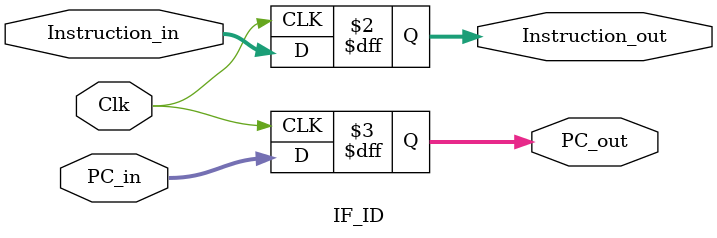
<source format=v>
`timescale 1ns / 1ps


module IF_ID(Clk, Instruction_in, Instruction_out, PC_in, PC_out);
    input Clk;
    input [31:0] Instruction_in, PC_in;
    output reg [31:0] Instruction_out, PC_out;
    always@(posedge Clk) begin
            Instruction_out <= Instruction_in;
            PC_out <= PC_in;
    end
endmodule

</source>
